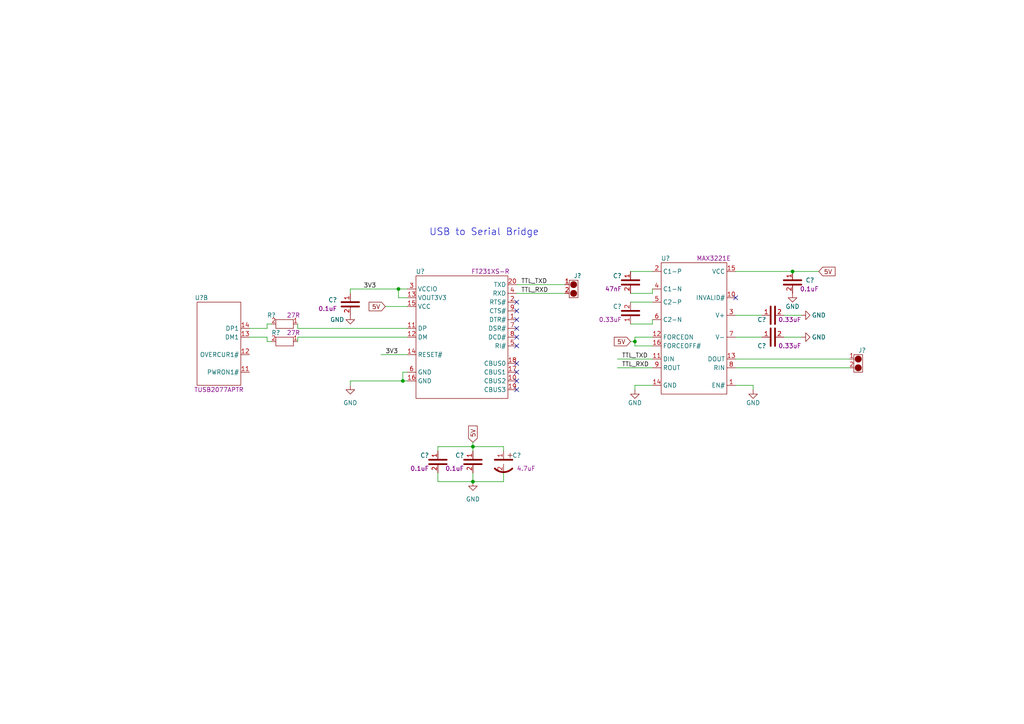
<source format=kicad_sch>
(kicad_sch (version 20211123) (generator eeschema)
  (paper "A4")
  (title_block (title "Electronics Multitool - Serial to USB"))
  (lib_symbols
    (symbol "Capacitor_Lib:0.1uF_0603"
      (property "Reference" "C" (at -5.08 2.54 0))
      (property "Cap" "0.1uF" (at -6.35 0 0))
      (symbol "0.1uF_0603_0_1"
        (polyline (pts (xy -2.54 0) (xy 2.54 0)) (stroke (width 0.508)))
        (polyline (pts (xy -2.54 1.27) (xy 2.54 1.27)) (stroke (width 0.508)))
      )
      (symbol "0.1uF_0603_1_1"
        (pin passive line (at 0 3.81 270) (length 2.54) (name "") (number "1"))
        (pin passive line (at 0 -2.54 90) (length 2.54) (name "") (number "2"))
      )
    )
    (symbol "Capacitor_Lib:0.33uF_0603"
      (property "Reference" "C" (at -3.81 3.81 0))
      (property "Cap" "0.33uF" (at -6.35 1.27 0))
      (symbol "0.33uF_0603_0_1"
        (polyline (pts (xy -2.54 0) (xy 2.54 0)) (stroke (width 0.508)))
        (polyline (pts (xy -2.54 1.27) (xy 2.54 1.27)) (stroke (width 0.508)))
      )
      (symbol "0.33uF_0603_1_1"
        (pin passive line (at 0 3.81 270) (length 2.54) (name "") (number "1"))
        (pin passive line (at 0 -2.54 90) (length 2.54) (name "") (number "2"))
      )
    )
    (symbol "Capacitor_Lib:4.7uF_POL_1206"
      (property "Reference" "C" (at -5.08 2.54 0))
      (property "Cap" "4.7uF" (at -6.35 0 0))
      (symbol "4.7uF_POL_1206_0_1"
        (arc (start -2.54 -1.2641) (mid 0 -7.4063) (end 2.54 -1.2641) (stroke (width 0.508)))
        (polyline (pts (xy -2.54 1.27) (xy 2.54 1.27)) (stroke (width 0.508)))
        (polyline (pts (xy 1.905 1.905) (xy 1.905 3.175)))
        (polyline (pts (xy 2.54 2.54) (xy 1.27 2.54)))
      )
      (symbol "4.7uF_POL_1206_1_1"
        (pin passive line (at 0 3.81 270) (length 2.54) (name "") (number "1"))
        (pin passive line (at 0 -2.54 90) (length 2.54) (name "") (number "2"))
      )
    )
    (symbol "Capacitor_Lib:47nF_0603"
      (property "Reference" "C" (at -3.81 6.35 0))
      (property "Cap" "47nF" (at -6.35 2.54 0))
      (symbol "47nF_0603_0_1"
        (polyline (pts (xy -2.54 2.54) (xy 2.54 2.54)) (stroke (width 0.508)))
        (polyline (pts (xy -2.54 3.81) (xy 2.54 3.81)) (stroke (width 0.508)))
      )
      (symbol "47nF_0603_1_1"
        (pin passive line (at 0 6.35 270) (length 2.54) (name "") (number "1"))
        (pin passive line (at 0 0 90) (length 2.54) (name "") (number "2"))
      )
    )
    (symbol "Connector_Lib:PinHeader_2x1_2.54mm"
      (property "Reference" "J" (at -3.81 3.81 0))
      (symbol "PinHeader_2x1_2.54mm_0_1"
        (rectangle (start -1.27 3.81) (end 1.27 -1.27))
        (circle (center 0 0) (radius 0.0001) (stroke (width 1)))
        (polyline (pts (xy 17.78 17.78) (xy 17.78 17.78)))
        (polyline (pts (xy 17.78 17.78) (xy 17.78 17.78)))
        (circle (center 0 2.54) (radius 0.0001) (stroke (width 1)))
      )
      (symbol "PinHeader_2x1_2.54mm_1_1"
        (pin passive line (at -2.54 2.54 0) (length 1.27) (name "") (number "1"))
        (pin passive line (at -2.54 0 0) (length 1.27) (name "") (number "2"))
      )
    )
    (symbol "IC_Lib:Bridge_FT231XS"
      (property "Reference" "U" (at -12.7 20.32 0))
      (property "PartNum" "FT231XS-R" (at 7.62 20.32 0))
      (symbol "Bridge_FT231XS_0_1"
        (rectangle (start -13.97 19.05) (end 12.7 -16.51))
      )
      (symbol "Bridge_FT231XS_1_1"
        (pin bidirectional line (at 15.24 6.35 180) (length 2.54) (name "DTR#") (number "1"))
        (pin bidirectional line (at 15.24 -11.43 180) (length 2.54) (name "CBUS2") (number "10"))
        (pin bidirectional line (at -16.51 3.81 0) (length 2.54) (name "DP") (number "11"))
        (pin bidirectional line (at -16.51 1.27 0) (length 2.54) (name "DM") (number "12"))
        (pin power_out line (at -16.51 12.7 0) (length 2.54) (name "VOUT3V3") (number "13"))
        (pin input line (at -16.51 -3.81 0) (length 2.54) (name "RESET#") (number "14"))
        (pin power_in line (at -16.51 10.16 0) (length 2.54) (name "VCC") (number "15"))
        (pin passive line (at -16.51 -11.43 0) (length 2.54) (name "GND") (number "16"))
        (pin bidirectional line (at 15.24 -8.89 180) (length 2.54) (name "CBUS1") (number "17"))
        (pin bidirectional line (at 15.24 -6.35 180) (length 2.54) (name "CBUS0") (number "18"))
        (pin bidirectional line (at 15.24 -13.97 180) (length 2.54) (name "CBUS3") (number "19"))
        (pin output line (at 15.24 11.43 180) (length 2.54) (name "RTS#") (number "2"))
        (pin output line (at 15.24 16.51 180) (length 2.54) (name "TXD") (number "20"))
        (pin power_in line (at -16.51 15.24 0) (length 2.54) (name "VCCIO") (number "3"))
        (pin input line (at 15.24 13.97 180) (length 2.54) (name "RXD") (number "4"))
        (pin bidirectional line (at 15.24 -1.27 180) (length 2.54) (name "RI#") (number "5"))
        (pin passive line (at -16.51 -8.89 0) (length 2.54) (name "GND") (number "6"))
        (pin bidirectional line (at 15.24 3.81 180) (length 2.54) (name "DSR#") (number "7"))
        (pin bidirectional line (at 15.24 1.27 180) (length 2.54) (name "DCD#") (number "8"))
        (pin bidirectional line (at 15.24 8.89 180) (length 2.54) (name "CTS#") (number "9"))
      )
    )
    (symbol "IC_Lib:Transceiver_MAX3221E"
      (property "Reference" "U" (at -8.89 21.59 0))
      (property "PartNum" "MAX3221E" (at 5.08 21.59 0))
      (symbol "Transceiver_MAX3221E_0_1"
        (rectangle (start -10.16 20.32) (end 8.89 -17.78))
      )
      (symbol "Transceiver_MAX3221E_1_1"
        (pin input line (at 11.43 -15.24 180) (length 2.54) (name "EN#") (number "1"))
        (pin output line (at 11.43 10.16 180) (length 2.54) (name "INVALID#") (number "10"))
        (pin input line (at -12.7 -7.62 0) (length 2.54) (name "DIN") (number "11"))
        (pin input line (at -12.7 -1.27 0) (length 2.54) (name "FORCEON") (number "12"))
        (pin output line (at 11.43 -7.62 180) (length 2.54) (name "DOUT") (number "13"))
        (pin input line (at -12.7 -15.24 0) (length 2.54) (name "GND") (number "14"))
        (pin input line (at 11.43 17.78 180) (length 2.54) (name "VCC") (number "15"))
        (pin input line (at -12.7 -3.81 0) (length 2.54) (name "FORCEOFF#") (number "16"))
        (pin passive line (at -12.7 17.78 0) (length 2.54) (name "C1-P") (number "2"))
        (pin passive line (at 11.43 5.08 180) (length 2.54) (name "V+") (number "3"))
        (pin passive line (at -12.7 12.7 0) (length 2.54) (name "C1-N") (number "4"))
        (pin passive line (at -12.7 8.89 0) (length 2.54) (name "C2-P") (number "5"))
        (pin passive line (at -12.7 3.81 0) (length 2.54) (name "C2-N") (number "6"))
        (pin passive line (at 11.43 -1.27 180) (length 2.54) (name "V-") (number "7"))
        (pin input line (at 11.43 -10.16 180) (length 2.54) (name "RIN") (number "8"))
        (pin output line (at -12.7 -10.16 0) (length 2.54) (name "ROUT") (number "9"))
      )
    )
    (symbol "IC_Lib:USBHUB_TUSB2077APTR"
      (property "Reference" "U" (at -8.89 16.51 0))
      (property "PartNum" "TUSB2077APTR" (at 3.81 16.51 0))
      (symbol "USBHUB_TUSB2077APTR_1_1"
        (rectangle (start -10.16 15.24) (end 10.16 -16.51))
        (pin input line (at -12.7 -5.08 0) (length 2.54) (name "SUSPND") (number "1"))
        (pin input line (at -12.7 0 0) (length 2.54) (name "BUSPWR#") (number "10"))
        (pin input line (at -12.7 -7.62 0) (length 2.54) (name "DP0PUR") (number "2"))
        (pin input line (at 12.7 -11.43 180) (length 2.54) (name "GND") (number "24"))
        (pin bidirectional line (at -12.7 6.35 0) (length 2.54) (name "DP0") (number "3"))
        (pin bidirectional line (at -12.7 3.81 0) (length 2.54) (name "DM0") (number "4"))
        (pin input line (at 12.7 3.81 180) (length 2.54) (name "HUBCFG") (number "40"))
        (pin output line (at 12.7 12.7 180) (length 2.54) (name "PORTPWR") (number "41"))
        (pin output line (at 12.7 10.16 180) (length 2.54) (name "PORTDIS") (number "42"))
        (pin input line (at 12.7 -13.97 180) (length 2.54) (name "GND") (number "43"))
        (pin passive line (at -12.7 -11.43 0) (length 2.54) (name "XTAL1") (number "44"))
        (pin passive line (at -12.7 -13.97 0) (length 2.54) (name "XTAL2") (number "45"))
        (pin input line (at -12.7 10.16 0) (length 2.54) (name "VCC") (number "46"))
        (pin input line (at 12.7 0 180) (length 2.54) (name "EXTMEM#") (number "47"))
        (pin input line (at 12.7 6.35 180) (length 2.54) (name "MODE") (number "48"))
        (pin input line (at 12.7 -8.89 180) (length 2.54) (name "GND") (number "5"))
        (pin input line (at -12.7 -2.54 0) (length 2.54) (name "RESET#") (number "6"))
        (pin input line (at 12.7 -5.08 180) (length 2.54) (name "EECLK") (number "7"))
        (pin input line (at 12.7 -2.54 180) (length 2.54) (name "EEDATA") (number "8"))
        (pin input line (at -12.7 12.7 0) (length 2.54) (name "VCC") (number "9"))
      )
      (symbol "USBHUB_TUSB2077APTR_2_1"
        (rectangle (start -6.35 12.7) (end 6.35 -11.43))
        (pin input line (at -8.89 -7.62 0) (length 2.54) (name "PWRON1#") (number "11"))
        (pin input line (at -8.89 -2.54 0) (length 2.54) (name "OVERCUR1#") (number "12"))
        (pin bidirectional line (at -8.89 2.54 0) (length 2.54) (name "DM1") (number "13"))
        (pin bidirectional line (at -8.89 5.08 0) (length 2.54) (name "DP1") (number "14"))
      )
      (symbol "USBHUB_TUSB2077APTR_3_1"
        (rectangle (start -6.35 12.7) (end 6.35 -11.43))
        (pin input line (at -8.89 -7.62 0) (length 2.54) (name "PWRON2#") (number "15"))
        (pin input line (at -8.89 -2.54 0) (length 2.54) (name "OVERCUR2#") (number "16"))
        (pin bidirectional line (at -8.89 2.54 0) (length 2.54) (name "DM2") (number "17"))
        (pin bidirectional line (at -8.89 5.08 0) (length 2.54) (name "DP2") (number "18"))
      )
      (symbol "USBHUB_TUSB2077APTR_4_1"
        (rectangle (start -6.35 12.7) (end 6.35 -11.43))
        (pin input line (at -8.89 -7.62 0) (length 2.54) (name "PWRON3#") (number "19"))
        (pin input line (at -8.89 -2.54 0) (length 2.54) (name "OVERCUR3#") (number "20"))
        (pin bidirectional line (at -8.89 2.54 0) (length 2.54) (name "DM3") (number "21"))
        (pin bidirectional line (at -8.89 5.08 0) (length 2.54) (name "DP3") (number "22"))
      )
      (symbol "USBHUB_TUSB2077APTR_5_1"
        (rectangle (start -6.35 12.7) (end 6.35 -11.43))
        (pin input line (at -8.89 -7.62 0) (length 2.54) (name "PWRON4#") (number "23"))
        (pin input line (at -8.89 -2.54 0) (length 2.54) (name "OVERCUR4#") (number "25"))
        (pin bidirectional line (at -8.89 2.54 0) (length 2.54) (name "DM4") (number "26"))
        (pin bidirectional line (at -8.89 5.08 0) (length 2.54) (name "DP4") (number "27"))
      )
      (symbol "USBHUB_TUSB2077APTR_6_1"
        (rectangle (start -6.35 12.7) (end 6.35 -11.43))
        (pin input line (at -8.89 -7.62 0) (length 2.54) (name "PWRON5#") (number "28"))
        (pin input line (at -8.89 -2.54 0) (length 2.54) (name "OVERCUR5#") (number "29"))
        (pin bidirectional line (at -8.89 2.54 0) (length 2.54) (name "DM5") (number "30"))
        (pin bidirectional line (at -8.89 5.08 0) (length 2.54) (name "DP5") (number "31"))
      )
      (symbol "USBHUB_TUSB2077APTR_7_1"
        (rectangle (start -6.35 12.7) (end 6.35 -11.43))
        (pin input line (at -8.89 -7.62 0) (length 2.54) (name "PWRON6#") (number "32"))
        (pin input line (at -8.89 -2.54 0) (length 2.54) (name "OVERCUR6#") (number "33"))
        (pin bidirectional line (at -8.89 2.54 0) (length 2.54) (name "DM6") (number "34"))
        (pin bidirectional line (at -8.89 5.08 0) (length 2.54) (name "DP6") (number "35"))
      )
      (symbol "USBHUB_TUSB2077APTR_8_1"
        (rectangle (start -6.35 12.7) (end 6.35 -11.43))
        (pin input line (at -8.89 -7.62 0) (length 2.54) (name "PWRON7#") (number "36"))
        (pin input line (at -8.89 -2.54 0) (length 2.54) (name "OVERCUR7#") (number "37"))
        (pin bidirectional line (at -8.89 2.54 0) (length 2.54) (name "DM7") (number "38"))
        (pin bidirectional line (at -8.89 5.08 0) (length 2.54) (name "DP7") (number "39"))
      )
    )
    (symbol "Resistor_Lib:27R_0603"
      (property "Reference" "R" (at -3.81 2.54 0))
      (property "Res" "27R" (at -5.08 0 0))
      (symbol "27R_0603_0_1"
        (rectangle (start -1.27 2.54) (end -1.27 -2.54))
        (rectangle (start -1.27 2.54) (end 1.27 2.54))
        (rectangle (start 1.27 -2.54) (end -1.27 -2.54))
        (rectangle (start 1.27 2.54) (end 1.27 -2.54))
      )
      (symbol "27R_0603_1_1"
        (pin passive line (at 0 -3.81 90) (length 1.27) (name "~") (number "1"))
        (pin passive line (at 0 3.81 270) (length 1.27) (name "~") (number "2"))
      )
    )
    (symbol "power:GND" (power) (pin_names (offset 0))
      (property "Value" "GND" (at 0 -3.81 0))
      (symbol "GND_0_1"
        (polyline (pts (xy 0 0) (xy 0 -1.27) (xy 1.27 -1.27) (xy 0 -2.54) (xy -1.27 -1.27) (xy 0 -1.27)))
      )
      (symbol "GND_1_1"
        (pin power_in line (at 0 0 270) (length 0) hide (name "GND") (number "1"))
      )
    )
  )
  (junction (at 116.84 110.49))
  (junction (at 115.57 83.82))
  (junction (at 137.16 139.7))
  (junction (at 229.87 78.74))
  (junction (at 184.15 99.06))
  (junction (at 137.16 129.54))
  (no_connect (at 213.36 86.36))
  (no_connect (at 149.86 105.41))
  (no_connect (at 149.86 107.95))
  (no_connect (at 149.86 110.49))
  (no_connect (at 149.86 113.03))
  (no_connect (at 149.86 92.71))
  (no_connect (at 149.86 95.25))
  (no_connect (at 149.86 97.79))
  (no_connect (at 149.86 100.33))
  (no_connect (at 149.86 90.17))
  (no_connect (at 149.86 87.63))
  (wire (pts (xy 218.44 111.76) (xy 218.44 113.03)))
  (wire (pts (xy 127 137.16) (xy 127 139.7)))
  (wire (pts (xy 146.05 139.7) (xy 146.05 137.16)))
  (wire (pts (xy 77.47 99.06) (xy 78.74 99.06)))
  (wire (pts (xy 115.57 83.82) (xy 118.11 83.82)))
  (wire (pts (xy 137.16 139.7) (xy 137.16 137.16)))
  (wire (pts (xy 182.88 85.09) (xy 189.23 85.09)))
  (wire (pts (xy 149.86 82.55) (xy 163.83 82.55)))
  (wire (pts (xy 72.39 97.79) (xy 77.47 97.79)))
  (wire (pts (xy 110.49 102.87) (xy 118.11 102.87)))
  (wire (pts (xy 227.33 91.44) (xy 232.41 91.44)))
  (wire (pts (xy 184.15 111.76) (xy 184.15 113.03)))
  (wire (pts (xy 182.88 93.98) (xy 189.23 93.98)))
  (wire (pts (xy 111.76 88.9) (xy 118.11 88.9)))
  (wire (pts (xy 149.86 85.09) (xy 163.83 85.09)))
  (wire (pts (xy 182.88 87.63) (xy 189.23 87.63)))
  (wire (pts (xy 86.36 97.79) (xy 118.11 97.79)))
  (wire (pts (xy 77.47 95.25) (xy 77.47 93.98)))
  (wire (pts (xy 182.88 78.74) (xy 189.23 78.74)))
  (wire (pts (xy 184.15 99.06) (xy 184.15 100.33)))
  (wire (pts (xy 189.23 93.98) (xy 189.23 92.71)))
  (wire (pts (xy 86.36 99.06) (xy 86.36 97.79)))
  (wire (pts (xy 72.39 95.25) (xy 77.47 95.25)))
  (wire (pts (xy 127 129.54) (xy 137.16 129.54)))
  (wire (pts (xy 137.16 128.27) (xy 137.16 129.54)))
  (wire (pts (xy 137.16 129.54) (xy 137.16 130.81)))
  (wire (pts (xy 182.88 99.06) (xy 184.15 99.06)))
  (wire (pts (xy 101.6 83.82) (xy 101.6 85.09)))
  (wire (pts (xy 127 139.7) (xy 137.16 139.7)))
  (wire (pts (xy 137.16 139.7) (xy 146.05 139.7)))
  (wire (pts (xy 116.84 107.95) (xy 116.84 110.49)))
  (wire (pts (xy 127 129.54) (xy 127 130.81)))
  (wire (pts (xy 77.47 93.98) (xy 78.74 93.98)))
  (wire (pts (xy 115.57 86.36) (xy 115.57 83.82)))
  (wire (pts (xy 86.36 95.25) (xy 86.36 93.98)))
  (wire (pts (xy 213.36 104.14) (xy 246.38 104.14)))
  (wire (pts (xy 101.6 110.49) (xy 101.6 111.76)))
  (wire (pts (xy 213.36 106.68) (xy 246.38 106.68)))
  (wire (pts (xy 118.11 95.25) (xy 86.36 95.25)))
  (wire (pts (xy 213.36 97.79) (xy 220.98 97.79)))
  (wire (pts (xy 189.23 111.76) (xy 184.15 111.76)))
  (wire (pts (xy 101.6 110.49) (xy 116.84 110.49)))
  (wire (pts (xy 184.15 100.33) (xy 189.23 100.33)))
  (wire (pts (xy 229.87 78.74) (xy 213.36 78.74)))
  (wire (pts (xy 179.07 104.14) (xy 189.23 104.14)))
  (wire (pts (xy 137.16 129.54) (xy 146.05 129.54)))
  (wire (pts (xy 189.23 83.82) (xy 189.23 85.09)))
  (wire (pts (xy 189.23 97.79) (xy 184.15 97.79)))
  (wire (pts (xy 116.84 110.49) (xy 118.11 110.49)))
  (wire (pts (xy 213.36 111.76) (xy 218.44 111.76)))
  (wire (pts (xy 184.15 97.79) (xy 184.15 99.06)))
  (wire (pts (xy 101.6 83.82) (xy 115.57 83.82)))
  (wire (pts (xy 227.33 97.79) (xy 232.41 97.79)))
  (wire (pts (xy 118.11 86.36) (xy 115.57 86.36)))
  (wire (pts (xy 77.47 97.79) (xy 77.47 99.06)))
  (wire (pts (xy 146.05 129.54) (xy 146.05 130.81)))
  (wire (pts (xy 237.49 78.74) (xy 229.87 78.74)))
  (wire (pts (xy 179.07 106.68) (xy 189.23 106.68)))
  (wire (pts (xy 213.36 91.44) (xy 220.98 91.44)))
  (wire (pts (xy 118.11 107.95) (xy 116.84 107.95)))
  (text "USB to Serial Bridge" (at 124.46 68.58 0) (effects (font (size 2 2)) (justify left bottom)))
  (label "TTL_RXD" (at 151.13 85.09 0))
  (label "TTL_TXD" (at 180.34 104.14 0))
  (label "3V3" (at 105.41 83.82 0))
  (label "TTL_TXD" (at 151.13 82.55 0))
  (label "TTL_RXD" (at 180.34 106.68 0))
  (label "3V3" (at 111.76 102.87 0))
  (global_label "5V" (shape input) (at 111.76 88.9 180) (property "Intersheet References" "${INTERSHEET_REFS}" (effects hide)))
  (global_label "5V" (shape input) (at 137.16 128.27 90) (property "Intersheet References" "${INTERSHEET_REFS}" (effects hide)))
  (global_label "5V" (shape input) (at 237.49 78.74 0) (property "Intersheet References" "${INTERSHEET_REFS}" (effects hide)))
  (global_label "5V" (shape input) (at 182.88 99.06 180) (property "Intersheet References" "${INTERSHEET_REFS}" (effects hide)))
  (symbol (lib_id "Capacitor_Lib:47nF_0603") (at 182.88 85.09 0) (unit 1)
    (property "Reference" "C?" (at 180.34 80.01 0) (effects (justify right)))
    (property "Value" "47nF_0603" (effects hide))
    (property "Cap" "47nF" (at 180.34 83.82 0) (effects (justify right)))
  )
  (symbol (lib_id "power:GND") (at 232.41 97.79 90) (unit 1)
    (property "Reference" "#PWR?" (effects hide))
    (property "Value" "GND" (at 237.49 97.79 90))
  )
  (symbol (lib_id "power:GND") (at 137.16 139.7 0) (unit 1)
    (property "Reference" "#PWR?" (effects hide))
    (property "Value" "GND" (at 137.16 144.78 0))
  )
  (symbol (lib_id "IC_Lib:USBHUB_TUSB2077APTR") (at 63.5 100.33 0) (mirror y) (unit 2)
    (property "Reference" "U?" (at 58.42 86.36 0))
    (property "Value" "USBHUB_TUSB2077APTR" (effects hide))
    (property "PartNum" "TUSB2077APTR" (at 63.5 113.03 0))
  )
  (symbol (lib_id "Capacitor_Lib:0.1uF_0603") (at 101.6 88.9 0) (unit 1)
    (property "Reference" "C?" (at 97.79 86.9949 0) (effects (justify right)))
    (property "Value" "0.1uF_0603" (effects hide))
    (property "Cap" "0.1uF" (at 97.79 89.5349 0) (effects (justify right)))
  )
  (symbol (lib_id "IC_Lib:Bridge_FT231XS") (at 134.62 99.06 0) (unit 1)
    (property "Reference" "U?" (at 121.92 78.74 0))
    (property "Value" "Bridge_FT231XS" (effects hide))
    (property "PartNum" "FT231XS-R" (at 142.24 78.74 0))
  )
  (symbol (lib_id "Capacitor_Lib:0.1uF_0603") (at 229.87 82.55 0) (unit 1)
    (property "Reference" "C?" (at 236.22 81.28 0) (effects (justify right)))
    (property "Value" "0.1uF_0603" (effects hide))
    (property "Cap" "0.1uF" (at 237.49 83.82 0) (effects (justify right)))
  )
  (symbol (lib_id "Capacitor_Lib:0.1uF_0603") (at 137.16 134.62 0) (unit 1)
    (property "Reference" "C?" (at 134.62 132.08 0) (effects (justify right)))
    (property "Value" "0.1uF_0603" (effects hide))
    (property "Cap" "0.1uF" (at 134.62 135.89 0) (effects (justify right)))
  )
  (symbol (lib_id "Capacitor_Lib:0.33uF_0603") (at 182.88 90.17 180) (unit 1)
    (property "Reference" "C?" (at 180.34 88.9 0) (effects (justify left)))
    (property "Value" "0.33uF_0603" (effects hide))
    (property "Cap" "0.33uF" (at 180.34 92.71 0) (effects (justify left)))
  )
  (symbol (lib_id "Connector_Lib:PinHeader_2x1_2.54mm") (at 166.37 85.09 0) (unit 1)
    (property "Reference" "J?" (at 166.37 80.01 0) (effects (justify left)))
    (property "Value" "PinHeader_2x1_2.54mm" (effects hide))
  )
  (symbol (lib_id "power:GND") (at 218.44 113.03 0) (unit 1)
    (property "Reference" "#PWR?" (effects hide))
    (property "Value" "GND" (at 218.44 116.84 0))
  )
  (symbol (lib_id "Capacitor_Lib:0.1uF_0603") (at 127 134.62 0) (unit 1)
    (property "Reference" "C?" (at 124.46 132.08 0) (effects (justify right)))
    (property "Value" "0.1uF_0603" (effects hide))
    (property "Cap" "0.1uF" (at 124.46 135.89 0) (effects (justify right)))
  )
  (symbol (lib_id "power:GND") (at 232.41 91.44 90) (unit 1)
    (property "Reference" "#PWR?" (effects hide))
    (property "Value" "GND" (at 237.49 91.44 90))
  )
  (symbol (lib_id "Capacitor_Lib:4.7uF_POL_1206") (at 146.05 134.62 0) (unit 1)
    (property "Reference" "C?" (at 148.59 132.08 0) (effects (justify left)))
    (property "Value" "4.7uF_POL_1206" (effects hide))
    (property "Cap" "4.7uF" (at 149.86 135.89 0) (effects (justify left)))
  )
  (symbol (lib_id "power:GND") (at 101.6 111.76 0) (unit 1)
    (property "Reference" "#PWR?" (effects hide))
    (property "Value" "GND" (at 101.6 116.84 0))
  )
  (symbol (lib_id "Capacitor_Lib:0.33uF_0603") (at 224.79 91.44 90) (unit 1)
    (property "Reference" "C?" (at 222.25 92.71 90) (effects (justify left)))
    (property "Value" "0.33uF_0603" (effects hide))
    (property "Cap" "0.33uF" (at 232.41 92.71 90) (effects (justify left)))
  )
  (symbol (lib_id "Resistor_Lib:27R_0603") (at 82.55 93.98 90) (unit 1)
    (property "Reference" "R?" (at 78.74 91.44 90))
    (property "Value" "27R_0603" (effects hide))
    (property "Footprint" "Res_Lib:Res_0603" (effects hide))
    (property "Res" "27R" (at 85.09 91.44 90))
  )
  (symbol (lib_id "power:GND") (at 229.87 85.09 0) (unit 1)
    (property "Reference" "#PWR?" (effects hide))
    (property "Value" "GND" (at 229.87 88.9 0))
  )
  (symbol (lib_id "power:GND") (at 101.6 91.44 0) (unit 1)
    (property "Reference" "#PWR?" (effects hide))
    (property "Value" "GND" (at 97.79 92.71 0))
  )
  (symbol (lib_id "IC_Lib:Transceiver_MAX3221E") (at 201.93 96.52 0) (unit 1)
    (property "Reference" "U?" (at 193.04 74.93 0))
    (property "Value" "Transceiver_MAX3221E" (effects hide))
    (property "PartNum" "MAX3221E" (at 207.01 74.93 0))
  )
  (symbol (lib_id "power:GND") (at 184.15 113.03 0) (unit 1)
    (property "Reference" "#PWR?" (effects hide))
    (property "Value" "GND" (at 184.15 116.84 0))
  )
  (symbol (lib_id "Capacitor_Lib:0.33uF_0603") (at 224.79 97.79 90) (unit 1)
    (property "Reference" "C?" (at 222.25 100.33 90) (effects (justify left)))
    (property "Value" "0.33uF_0603" (effects hide))
    (property "Cap" "0.33uF" (at 232.41 100.33 90) (effects (justify left)))
  )
  (symbol (lib_id "Resistor_Lib:27R_0603") (at 82.55 99.06 90) (unit 1)
    (property "Reference" "R?" (at 80.01 96.52 90))
    (property "Value" "27R_0603" (effects hide))
    (property "Footprint" "Res_Lib:Res_0603" (effects hide))
    (property "Res" "27R" (at 85.09 96.52 90))
  )
  (symbol (lib_id "Connector_Lib:PinHeader_2x1_2.54mm") (at 248.92 106.68 0) (unit 1)
    (property "Reference" "J?" (at 248.92 101.6 0) (effects (justify left)))
    (property "Value" "PinHeader_2x1_2.54mm" (effects hide))
  )
)
</source>
